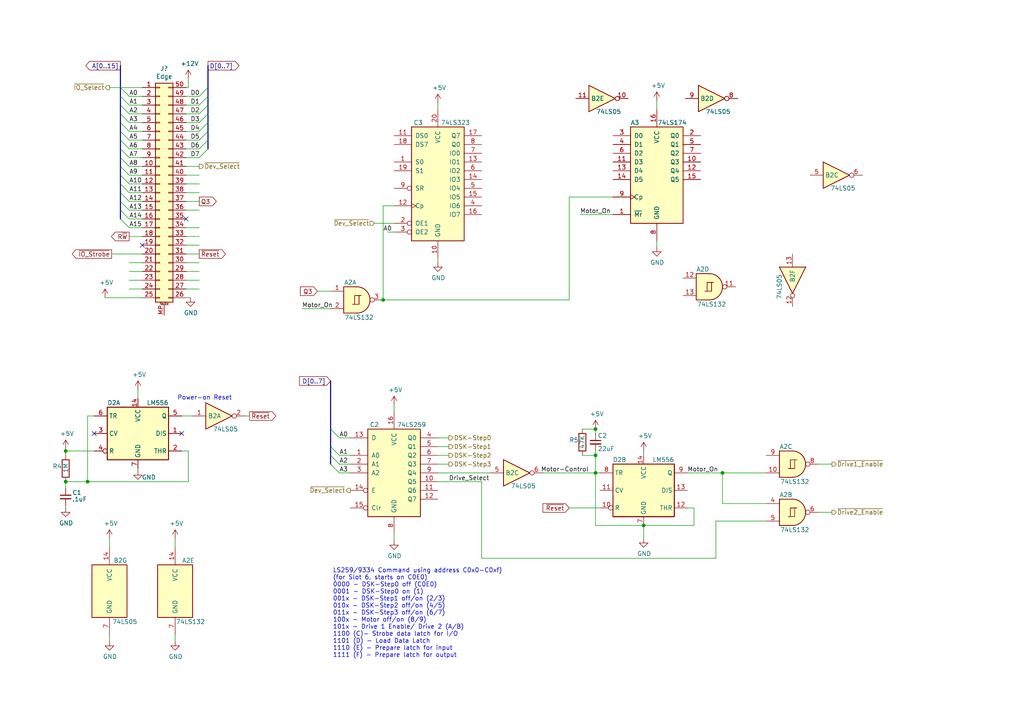
<source format=kicad_sch>
(kicad_sch (version 20211123) (generator eeschema)
  (paper "A4")
  (lib_symbols
    (symbol "74xx:74LS05" (pin_names (offset 1.016))
      (property "Reference" "U" (at 0 1.27 0))
      (property "Value" "74LS05" (at 0 -1.27 0))
      (symbol "74LS05_1_0"
        (polyline (pts (xy -3.81 3.81) (xy -3.81 -3.81) (xy 3.81 0) (xy -3.81 3.81)) (stroke (width 0.254)) (fill (type background)))
        (pin input line (at -7.62 0 0) (length 3.81) (name "~") (number "1"))
        (pin open_collector inverted (at 7.62 0 180) (length 3.81) (name "~") (number "2"))
      )
      (symbol "74LS05_2_0"
        (polyline (pts (xy -3.81 3.81) (xy -3.81 -3.81) (xy 3.81 0) (xy -3.81 3.81)) (stroke (width 0.254)) (fill (type background)))
        (pin input line (at -7.62 0 0) (length 3.81) (name "~") (number "3"))
        (pin open_collector inverted (at 7.62 0 180) (length 3.81) (name "~") (number "4"))
      )
      (symbol "74LS05_3_0"
        (polyline (pts (xy -3.81 3.81) (xy -3.81 -3.81) (xy 3.81 0) (xy -3.81 3.81)) (stroke (width 0.254)) (fill (type background)))
        (pin input line (at -7.62 0 0) (length 3.81) (name "~") (number "5"))
        (pin open_collector inverted (at 7.62 0 180) (length 3.81) (name "~") (number "6"))
      )
      (symbol "74LS05_4_0"
        (polyline (pts (xy -3.81 3.81) (xy -3.81 -3.81) (xy 3.81 0) (xy -3.81 3.81)) (stroke (width 0.254)) (fill (type background)))
        (pin open_collector inverted (at 7.62 0 180) (length 3.81) (name "~") (number "8"))
        (pin input line (at -7.62 0 0) (length 3.81) (name "~") (number "9"))
      )
      (symbol "74LS05_5_0"
        (polyline (pts (xy -3.81 3.81) (xy -3.81 -3.81) (xy 3.81 0) (xy -3.81 3.81)) (stroke (width 0.254)) (fill (type background)))
        (pin open_collector inverted (at 7.62 0 180) (length 3.81) (name "~") (number "10"))
        (pin input line (at -7.62 0 0) (length 3.81) (name "~") (number "11"))
      )
      (symbol "74LS05_6_0"
        (polyline (pts (xy -3.81 3.81) (xy -3.81 -3.81) (xy 3.81 0) (xy -3.81 3.81)) (stroke (width 0.254)) (fill (type background)))
        (pin open_collector inverted (at 7.62 0 180) (length 3.81) (name "~") (number "12"))
        (pin input line (at -7.62 0 0) (length 3.81) (name "~") (number "13"))
      )
      (symbol "74LS05_7_0"
        (pin power_in line (at 0 12.7 270) (length 5.08) (name "VCC") (number "14"))
        (pin power_in line (at 0 -12.7 90) (length 5.08) (name "GND") (number "7"))
      )
      (symbol "74LS05_7_1"
        (rectangle (start -5.08 7.62) (end 5.08 -7.62) (stroke (width 0.254)) (fill (type background)))
      )
    )
    (symbol "74xx:74LS132" (pin_names (offset 1.016))
      (property "Reference" "U" (at 0 1.27 0))
      (property "Value" "74LS132" (at 0 -1.27 0))
      (symbol "74LS132_1_0"
        (polyline (pts (xy -0.635 -1.27) (xy -0.635 1.27) (xy 0.635 1.27)))
        (polyline (pts (xy -0.635 -1.27) (xy -0.635 1.27) (xy 0.635 1.27)))
        (polyline (pts (xy -1.27 -1.27) (xy 0.635 -1.27) (xy 0.635 1.27) (xy 1.27 1.27)))
        (polyline (pts (xy -1.27 -1.27) (xy 0.635 -1.27) (xy 0.635 1.27) (xy 1.27 1.27)))
      )
      (symbol "74LS132_1_1"
        (arc (start 0 -3.81) (mid 3.81 0) (end 0 3.81) (stroke (width 0.254)) (fill (type background)))
        (polyline (pts (xy 0 3.81) (xy -3.81 3.81) (xy -3.81 -3.81) (xy 0 -3.81)) (stroke (width 0.254)) (fill (type background)))
        (pin input line (at -7.62 2.54 0) (length 3.81) (name "~") (number "1"))
        (pin input line (at -7.62 -2.54 0) (length 3.81) (name "~") (number "2"))
        (pin output inverted (at 7.62 0 180) (length 3.81) (name "~") (number "3"))
      )
      (symbol "74LS132_1_2"
        (arc (start -3.81 -3.81) (mid -2.589 0) (end -3.81 3.81) (stroke (width 0.254)))
        (arc (start -0.6096 -3.81) (mid 2.1842 -2.5851) (end 3.81 0) (stroke (width 0.254)) (fill (type background)))
        (polyline (pts (xy -3.81 -3.81) (xy -0.635 -3.81)) (stroke (width 0.254)) (fill (type background)))
        (polyline (pts (xy -3.81 3.81) (xy -0.635 3.81)) (stroke (width 0.254)) (fill (type background)))
        (polyline (pts (xy -0.635 3.81) (xy -3.81 3.81) (xy -3.81 3.81) (xy -3.556 3.4036) (xy -3.0226 2.2606) (xy -2.6924 1.0414) (xy -2.6162 -0.254) (xy -2.7686 -1.4986) (xy -3.175 -2.7178) (xy -3.81 -3.81) (xy -3.81 -3.81) (xy -0.635 -3.81)) (stroke (width -25.4)) (fill (type background)))
        (arc (start 3.81 0) (mid 2.1915 2.5936) (end -0.6096 3.81) (stroke (width 0.254)) (fill (type background)))
        (pin input inverted (at -7.62 2.54 0) (length 4.318) (name "~") (number "1"))
        (pin input inverted (at -7.62 -2.54 0) (length 4.318) (name "~") (number "2"))
        (pin output line (at 7.62 0 180) (length 3.81) (name "~") (number "3"))
      )
      (symbol "74LS132_2_0"
        (polyline (pts (xy -0.635 -1.27) (xy -0.635 1.27) (xy 0.635 1.27)))
        (polyline (pts (xy -0.635 -1.27) (xy -0.635 1.27) (xy 0.635 1.27)))
        (polyline (pts (xy -1.27 -1.27) (xy 0.635 -1.27) (xy 0.635 1.27) (xy 1.27 1.27)))
        (polyline (pts (xy -1.27 -1.27) (xy 0.635 -1.27) (xy 0.635 1.27) (xy 1.27 1.27)))
      )
      (symbol "74LS132_2_1"
        (arc (start 0 -3.81) (mid 3.81 0) (end 0 3.81) (stroke (width 0.254)) (fill (type background)))
        (polyline (pts (xy 0 3.81) (xy -3.81 3.81) (xy -3.81 -3.81) (xy 0 -3.81)) (stroke (width 0.254)) (fill (type background)))
        (pin input line (at -7.62 2.54 0) (length 3.81) (name "~") (number "4"))
        (pin input line (at -7.62 -2.54 0) (length 3.81) (name "~") (number "5"))
        (pin output inverted (at 7.62 0 180) (length 3.81) (name "~") (number "6"))
      )
      (symbol "74LS132_2_2"
        (arc (start -3.81 -3.81) (mid -2.589 0) (end -3.81 3.81) (stroke (width 0.254)))
        (arc (start -0.6096 -3.81) (mid 2.1842 -2.5851) (end 3.81 0) (stroke (width 0.254)) (fill (type background)))
        (polyline (pts (xy -3.81 -3.81) (xy -0.635 -3.81)) (stroke (width 0.254)) (fill (type background)))
        (polyline (pts (xy -3.81 3.81) (xy -0.635 3.81)) (stroke (width 0.254)) (fill (type background)))
        (polyline (pts (xy -0.635 3.81) (xy -3.81 3.81) (xy -3.81 3.81) (xy -3.556 3.4036) (xy -3.0226 2.2606) (xy -2.6924 1.0414) (xy -2.6162 -0.254) (xy -2.7686 -1.4986) (xy -3.175 -2.7178) (xy -3.81 -3.81) (xy -3.81 -3.81) (xy -0.635 -3.81)) (stroke (width -25.4)) (fill (type background)))
        (arc (start 3.81 0) (mid 2.1915 2.5936) (end -0.6096 3.81) (stroke (width 0.254)) (fill (type background)))
        (pin input inverted (at -7.62 2.54 0) (length 4.318) (name "~") (number "4"))
        (pin input inverted (at -7.62 -2.54 0) (length 4.318) (name "~") (number "5"))
        (pin output line (at 7.62 0 180) (length 3.81) (name "~") (number "6"))
      )
      (symbol "74LS132_3_0"
        (polyline (pts (xy -0.635 -1.27) (xy -0.635 1.27) (xy 0.635 1.27)))
        (polyline (pts (xy -0.635 -1.27) (xy -0.635 1.27) (xy 0.635 1.27)))
        (polyline (pts (xy -1.27 -1.27) (xy 0.635 -1.27) (xy 0.635 1.27) (xy 1.27 1.27)))
        (polyline (pts (xy -1.27 -1.27) (xy 0.635 -1.27) (xy 0.635 1.27) (xy 1.27 1.27)))
      )
      (symbol "74LS132_3_1"
        (arc (start 0 -3.81) (mid 3.81 0) (end 0 3.81) (stroke (width 0.254)) (fill (type background)))
        (polyline (pts (xy 0 3.81) (xy -3.81 3.81) (xy -3.81 -3.81) (xy 0 -3.81)) (stroke (width 0.254)) (fill (type background)))
        (pin input line (at -7.62 -2.54 0) (length 3.81) (name "~") (number "10"))
        (pin output inverted (at 7.62 0 180) (length 3.81) (name "~") (number "8"))
        (pin input line (at -7.62 2.54 0) (length 3.81) (name "~") (number "9"))
      )
      (symbol "74LS132_3_2"
        (arc (start -3.81 -3.81) (mid -2.589 0) (end -3.81 3.81) (stroke (width 0.254)))
        (arc (start -0.6096 -3.81) (mid 2.1842 -2.5851) (end 3.81 0) (stroke (width 0.254)) (fill (type background)))
        (polyline (pts (xy -3.81 -3.81) (xy -0.635 -3.81)) (stroke (width 0.254)) (fill (type background)))
        (polyline (pts (xy -3.81 3.81) (xy -0.635 3.81)) (stroke (width 0.254)) (fill (type background)))
        (polyline (pts (xy -0.635 3.81) (xy -3.81 3.81) (xy -3.81 3.81) (xy -3.556 3.4036) (xy -3.0226 2.2606) (xy -2.6924 1.0414) (xy -2.6162 -0.254) (xy -2.7686 -1.4986) (xy -3.175 -2.7178) (xy -3.81 -3.81) (xy -3.81 -3.81) (xy -0.635 -3.81)) (stroke (width -25.4)) (fill (type background)))
        (arc (start 3.81 0) (mid 2.1915 2.5936) (end -0.6096 3.81) (stroke (width 0.254)) (fill (type background)))
        (pin input inverted (at -7.62 -2.54 0) (length 4.318) (name "~") (number "10"))
        (pin output line (at 7.62 0 180) (length 3.81) (name "~") (number "8"))
        (pin input inverted (at -7.62 2.54 0) (length 4.318) (name "~") (number "9"))
      )
      (symbol "74LS132_4_0"
        (polyline (pts (xy -0.635 -1.27) (xy -0.635 1.27) (xy 0.635 1.27)))
        (polyline (pts (xy -0.635 -1.27) (xy -0.635 1.27) (xy 0.635 1.27)))
        (polyline (pts (xy -1.27 -1.27) (xy 0.635 -1.27) (xy 0.635 1.27) (xy 1.27 1.27)))
        (polyline (pts (xy -1.27 -1.27) (xy 0.635 -1.27) (xy 0.635 1.27) (xy 1.27 1.27)))
      )
      (symbol "74LS132_4_1"
        (arc (start 0 -3.81) (mid 3.81 0) (end 0 3.81) (stroke (width 0.254)) (fill (type background)))
        (polyline (pts (xy 0 3.81) (xy -3.81 3.81) (xy -3.81 -3.81) (xy 0 -3.81)) (stroke (width 0.254)) (fill (type background)))
        (pin output inverted (at 7.62 0 180) (length 3.81) (name "~") (number "11"))
        (pin input line (at -7.62 2.54 0) (length 3.81) (name "~") (number "12"))
        (pin input line (at -7.62 -2.54 0) (length 3.81) (name "~") (number "13"))
      )
      (symbol "74LS132_4_2"
        (arc (start -3.81 -3.81) (mid -2.589 0) (end -3.81 3.81) (stroke (width 0.254)))
        (arc (start -0.6096 -3.81) (mid 2.1842 -2.5851) (end 3.81 0) (stroke (width 0.254)) (fill (type background)))
        (polyline (pts (xy -3.81 -3.81) (xy -0.635 -3.81)) (stroke (width 0.254)) (fill (type background)))
        (polyline (pts (xy -3.81 3.81) (xy -0.635 3.81)) (stroke (width 0.254)) (fill (type background)))
        (polyline (pts (xy -0.635 3.81) (xy -3.81 3.81) (xy -3.81 3.81) (xy -3.556 3.4036) (xy -3.0226 2.2606) (xy -2.6924 1.0414) (xy -2.6162 -0.254) (xy -2.7686 -1.4986) (xy -3.175 -2.7178) (xy -3.81 -3.81) (xy -3.81 -3.81) (xy -0.635 -3.81)) (stroke (width -25.4)) (fill (type background)))
        (arc (start 3.81 0) (mid 2.1915 2.5936) (end -0.6096 3.81) (stroke (width 0.254)) (fill (type background)))
        (pin output line (at 7.62 0 180) (length 3.81) (name "~") (number "11"))
        (pin input inverted (at -7.62 2.54 0) (length 4.318) (name "~") (number "12"))
        (pin input inverted (at -7.62 -2.54 0) (length 4.318) (name "~") (number "13"))
      )
      (symbol "74LS132_5_0"
        (pin power_in line (at 0 12.7 270) (length 5.08) (name "VCC") (number "14"))
        (pin power_in line (at 0 -12.7 90) (length 5.08) (name "GND") (number "7"))
      )
      (symbol "74LS132_5_1"
        (rectangle (start -5.08 7.62) (end 5.08 -7.62) (stroke (width 0.254)) (fill (type background)))
      )
    )
    (symbol "74xx:74LS174" (pin_names (offset 1.016))
      (property "Reference" "U" (at -7.62 13.97 0))
      (property "Value" "74LS174" (at -7.62 -16.51 0))
      (symbol "74LS174_1_0"
        (pin input line (at -12.7 -12.7 0) (length 5.08) (name "~{Mr}") (number "1"))
        (pin output line (at 12.7 2.54 180) (length 5.08) (name "Q3") (number "10"))
        (pin input line (at -12.7 2.54 0) (length 5.08) (name "D3") (number "11"))
        (pin output line (at 12.7 0 180) (length 5.08) (name "Q4") (number "12"))
        (pin input line (at -12.7 0 0) (length 5.08) (name "D4") (number "13"))
        (pin input line (at -12.7 -2.54 0) (length 5.08) (name "D5") (number "14"))
        (pin output line (at 12.7 -2.54 180) (length 5.08) (name "Q5") (number "15"))
        (pin power_in line (at 0 17.78 270) (length 5.08) (name "VCC") (number "16"))
        (pin output line (at 12.7 10.16 180) (length 5.08) (name "Q0") (number "2"))
        (pin input line (at -12.7 10.16 0) (length 5.08) (name "D0") (number "3"))
        (pin input line (at -12.7 7.62 0) (length 5.08) (name "D1") (number "4"))
        (pin output line (at 12.7 7.62 180) (length 5.08) (name "Q1") (number "5"))
        (pin input line (at -12.7 5.08 0) (length 5.08) (name "D2") (number "6"))
        (pin output line (at 12.7 5.08 180) (length 5.08) (name "Q2") (number "7"))
        (pin power_in line (at 0 -20.32 90) (length 5.08) (name "GND") (number "8"))
        (pin input clock (at -12.7 -7.62 0) (length 5.08) (name "Cp") (number "9"))
      )
      (symbol "74LS174_1_1"
        (rectangle (start -7.62 12.7) (end 7.62 -15.24) (stroke (width 0.254)) (fill (type background)))
      )
    )
    (symbol "74xx:74LS259" (pin_names (offset 1.016))
      (property "Reference" "U" (at -7.62 13.97 0))
      (property "Value" "74LS259" (at -7.62 -13.97 0))
      (symbol "74LS259_1_0"
        (pin input line (at -12.7 5.08 0) (length 5.08) (name "A0") (number "1"))
        (pin output line (at 12.7 -2.54 180) (length 5.08) (name "Q5") (number "10"))
        (pin output line (at 12.7 -5.08 180) (length 5.08) (name "Q6") (number "11"))
        (pin output line (at 12.7 -7.62 180) (length 5.08) (name "Q7") (number "12"))
        (pin input line (at -12.7 10.16 0) (length 5.08) (name "D") (number "13"))
        (pin input inverted (at -12.7 -5.08 0) (length 5.08) (name "E") (number "14"))
        (pin input inverted (at -12.7 -10.16 0) (length 5.08) (name "Clr") (number "15"))
        (pin power_in line (at 0 17.78 270) (length 5.08) (name "VCC") (number "16"))
        (pin input line (at -12.7 2.54 0) (length 5.08) (name "A1") (number "2"))
        (pin input line (at -12.7 0 0) (length 5.08) (name "A2") (number "3"))
        (pin output line (at 12.7 10.16 180) (length 5.08) (name "Q0") (number "4"))
        (pin output line (at 12.7 7.62 180) (length 5.08) (name "Q1") (number "5"))
        (pin output line (at 12.7 5.08 180) (length 5.08) (name "Q2") (number "6"))
        (pin output line (at 12.7 2.54 180) (length 5.08) (name "Q3") (number "7"))
        (pin power_in line (at 0 -17.78 90) (length 5.08) (name "GND") (number "8"))
        (pin output line (at 12.7 0 180) (length 5.08) (name "Q4") (number "9"))
      )
      (symbol "74LS259_1_1"
        (rectangle (start -7.62 12.7) (end 7.62 -12.7) (stroke (width 0.254)) (fill (type background)))
      )
    )
    (symbol "74xx:74LS323" (pin_names (offset 1.016))
      (property "Reference" "U" (at -7.62 16.51 0))
      (property "Value" "74LS323" (at -7.62 -19.05 0))
      (symbol "74LS323_1_0"
        (pin input line (at -12.7 5.08 0) (length 5.08) (name "S0") (number "1"))
        (pin power_in line (at 0 -22.86 90) (length 5.08) (name "GND") (number "10"))
        (pin input line (at -12.7 12.7 0) (length 5.08) (name "DS0") (number "11"))
        (pin input clock (at -12.7 -7.62 0) (length 5.08) (name "Cp") (number "12"))
        (pin tri_state line (at 12.7 5.08 180) (length 5.08) (name "IO1") (number "13"))
        (pin tri_state line (at 12.7 0 180) (length 5.08) (name "IO3") (number "14"))
        (pin tri_state line (at 12.7 -5.08 180) (length 5.08) (name "IO5") (number "15"))
        (pin tri_state line (at 12.7 -10.16 180) (length 5.08) (name "IO7") (number "16"))
        (pin output line (at 12.7 12.7 180) (length 5.08) (name "Q7") (number "17"))
        (pin input line (at -12.7 10.16 0) (length 5.08) (name "DS7") (number "18"))
        (pin input line (at -12.7 2.54 0) (length 5.08) (name "S1") (number "19"))
        (pin input inverted (at -12.7 -12.7 0) (length 5.08) (name "OE1") (number "2"))
        (pin power_in line (at 0 20.32 270) (length 5.08) (name "VCC") (number "20"))
        (pin input inverted (at -12.7 -15.24 0) (length 5.08) (name "OE2") (number "3"))
        (pin tri_state line (at 12.7 -7.62 180) (length 5.08) (name "IO6") (number "4"))
        (pin tri_state line (at 12.7 -2.54 180) (length 5.08) (name "IO4") (number "5"))
        (pin tri_state line (at 12.7 2.54 180) (length 5.08) (name "IO2") (number "6"))
        (pin tri_state line (at 12.7 7.62 180) (length 5.08) (name "IO0") (number "7"))
        (pin output line (at 12.7 10.16 180) (length 5.08) (name "Q0") (number "8"))
        (pin input inverted (at -12.7 -2.54 0) (length 5.08) (name "SR") (number "9"))
      )
      (symbol "74LS323_1_1"
        (rectangle (start -7.62 15.24) (end 7.62 -17.78) (stroke (width 0.254)) (fill (type background)))
      )
    )
    (symbol "Connector_Generic_MountingPin:Conn_02x25_Counter_Clockwise_MountingPin" (pin_names (offset 1.016) hide)
      (property "Reference" "J" (at 1.27 33.02 0))
      (property "Value" "Conn_02x25_Counter_Clockwise_MountingPin" (at 2.54 -33.02 0))
      (symbol "Conn_02x25_Counter_Clockwise_MountingPin_1_1"
        (rectangle (start -1.27 -30.353) (end 0 -30.607) (stroke (width 0.1524)))
        (rectangle (start -1.27 -27.813) (end 0 -28.067) (stroke (width 0.1524)))
        (rectangle (start -1.27 -25.273) (end 0 -25.527) (stroke (width 0.1524)))
        (rectangle (start -1.27 -22.733) (end 0 -22.987) (stroke (width 0.1524)))
        (rectangle (start -1.27 -20.193) (end 0 -20.447) (stroke (width 0.1524)))
        (rectangle (start -1.27 -17.653) (end 0 -17.907) (stroke (width 0.1524)))
        (rectangle (start -1.27 -15.113) (end 0 -15.367) (stroke (width 0.1524)))
        (rectangle (start -1.27 -12.573) (end 0 -12.827) (stroke (width 0.1524)))
        (rectangle (start -1.27 -10.033) (end 0 -10.287) (stroke (width 0.1524)))
        (rectangle (start -1.27 -7.493) (end 0 -7.747) (stroke (width 0.1524)))
        (rectangle (start -1.27 -4.953) (end 0 -5.207) (stroke (width 0.1524)))
        (rectangle (start -1.27 -2.413) (end 0 -2.667) (stroke (width 0.1524)))
        (rectangle (start -1.27 0.127) (end 0 -0.127) (stroke (width 0.1524)))
        (rectangle (start -1.27 2.667) (end 0 2.413) (stroke (width 0.1524)))
        (rectangle (start -1.27 5.207) (end 0 4.953) (stroke (width 0.1524)))
        (rectangle (start -1.27 7.747) (end 0 7.493) (stroke (width 0.1524)))
        (rectangle (start -1.27 10.287) (end 0 10.033) (stroke (width 0.1524)))
        (rectangle (start -1.27 12.827) (end 0 12.573) (stroke (width 0.1524)))
        (rectangle (start -1.27 15.367) (end 0 15.113) (stroke (width 0.1524)))
        (rectangle (start -1.27 17.907) (end 0 17.653) (stroke (width 0.1524)))
        (rectangle (start -1.27 20.447) (end 0 20.193) (stroke (width 0.1524)))
        (rectangle (start -1.27 22.987) (end 0 22.733) (stroke (width 0.1524)))
        (rectangle (start -1.27 25.527) (end 0 25.273) (stroke (width 0.1524)))
        (rectangle (start -1.27 28.067) (end 0 27.813) (stroke (width 0.1524)))
        (rectangle (start -1.27 30.607) (end 0 30.353) (stroke (width 0.1524)))
        (rectangle (start -1.27 31.75) (end 3.81 -31.75) (stroke (width 0.254)) (fill (type background)))
        (polyline (pts (xy 0.254 -32.512) (xy 2.286 -32.512)) (stroke (width 0.1524)))
        (rectangle (start 3.81 -30.353) (end 2.54 -30.607) (stroke (width 0.1524)))
        (rectangle (start 3.81 -27.813) (end 2.54 -28.067) (stroke (width 0.1524)))
        (rectangle (start 3.81 -25.273) (end 2.54 -25.527) (stroke (width 0.1524)))
        (rectangle (start 3.81 -22.733) (end 2.54 -22.987) (stroke (width 0.1524)))
        (rectangle (start 3.81 -20.193) (end 2.54 -20.447) (stroke (width 0.1524)))
        (rectangle (start 3.81 -17.653) (end 2.54 -17.907) (stroke (width 0.1524)))
        (rectangle (start 3.81 -15.113) (end 2.54 -15.367) (stroke (width 0.1524)))
        (rectangle (start 3.81 -12.573) (end 2.54 -12.827) (stroke (width 0.1524)))
        (rectangle (start 3.81 -10.033) (end 2.54 -10.287) (stroke (width 0.1524)))
        (rectangle (start 3.81 -7.493) (end 2.54 -7.747) (stroke (width 0.1524)))
        (rectangle (start 3.81 -4.953) (end 2.54 -5.207) (stroke (width 0.1524)))
        (rectangle (start 3.81 -2.413) (end 2.54 -2.667) (stroke (width 0.1524)))
        (rectangle (start 3.81 0.127) (end 2.54 -0.127) (stroke (width 0.1524)))
        (rectangle (start 3.81 2.667) (end 2.54 2.413) (stroke (width 0.1524)))
        (rectangle (start 3.81 5.207) (end 2.54 4.953) (stroke (width 0.1524)))
        (rectangle (start 3.81 7.747) (end 2.54 7.493) (stroke (width 0.1524)))
        (rectangle (start 3.81 10.287) (end 2.54 10.033) (stroke (width 0.1524)))
        (rectangle (start 3.81 12.827) (end 2.54 12.573) (stroke (width 0.1524)))
        (rectangle (start 3.81 15.367) (end 2.54 15.113) (stroke (width 0.1524)))
        (rectangle (start 3.81 17.907) (end 2.54 17.653) (stroke (width 0.1524)))
        (rectangle (start 3.81 20.447) (end 2.54 20.193) (stroke (width 0.1524)))
        (rectangle (start 3.81 22.987) (end 2.54 22.733) (stroke (width 0.1524)))
        (rectangle (start 3.81 25.527) (end 2.54 25.273) (stroke (width 0.1524)))
        (rectangle (start 3.81 28.067) (end 2.54 27.813) (stroke (width 0.1524)))
        (rectangle (start 3.81 30.607) (end 2.54 30.353) (stroke (width 0.1524)))
        (text "Mounting" (at 1.27 -32.131 0) (effects (font (size 0.381 0.381))))
        (pin passive line (at -5.08 30.48 0) (length 3.81) (name "Pin_1") (number "1"))
        (pin passive line (at -5.08 7.62 0) (length 3.81) (name "Pin_10") (number "10"))
        (pin passive line (at -5.08 5.08 0) (length 3.81) (name "Pin_11") (number "11"))
        (pin passive line (at -5.08 2.54 0) (length 3.81) (name "Pin_12") (number "12"))
        (pin passive line (at -5.08 0 0) (length 3.81) (name "Pin_13") (number "13"))
        (pin passive line (at -5.08 -2.54 0) (length 3.81) (name "Pin_14") (number "14"))
        (pin passive line (at -5.08 -5.08 0) (length 3.81) (name "Pin_15") (number "15"))
        (pin passive line (at -5.08 -7.62 0) (length 3.81) (name "Pin_16") (number "16"))
        (pin passive line (at -5.08 -10.16 0) (length 3.81) (name "Pin_17") (number "17"))
        (pin passive line (at -5.08 -12.7 0) (length 3.81) (name "Pin_18") (number "18"))
        (pin passive line (at -5.08 -15.24 0) (length 3.81) (name "Pin_19") (number "19"))
        (pin passive line (at -5.08 27.94 0) (length 3.81) (name "Pin_2") (number "2"))
        (pin passive line (at -5.08 -17.78 0) (length 3.81) (name "Pin_20") (number "20"))
        (pin passive line (at -5.08 -20.32 0) (length 3.81) (name "Pin_21") (number "21"))
        (pin passive line (at -5.08 -22.86 0) (length 3.81) (name "Pin_22") (number "22"))
        (pin passive line (at -5.08 -25.4 0) (length 3.81) (name "Pin_23") (number "23"))
        (pin passive line (at -5.08 -27.94 0) (length 3.81) (name "Pin_24") (number "24"))
        (pin passive line (at -5.08 -30.48 0) (length 3.81) (name "Pin_25") (number "25"))
        (pin passive line (at 7.62 -30.48 180) (length 3.81) (name "Pin_26") (number "26"))
        (pin passive line (at 7.62 -27.94 180) (length 3.81) (name "Pin_27") (number "27"))
        (pin passive line (at 7.62 -25.4 180) (length 3.81) (name "Pin_28") (number "28"))
        (pin passive line (at 7.62 -22.86 180) (length 3.81) (name "Pin_29") (number "29"))
        (pin passive line (at -5.08 25.4 0) (length 3.81) (name "Pin_3") (number "3"))
        (pin passive line (at 7.62 -20.32 180) (length 3.81) (name "Pin_30") (number "30"))
        (pin passive line (at 7.62 -17.78 180) (length 3.81) (name "Pin_31") (number "31"))
        (pin passive line (at 7.62 -15.24 180) (length 3.81) (name "Pin_32") (number "32"))
        (pin passive line (at 7.62 -12.7 180) (length 3.81) (name "Pin_33") (number "33"))
        (pin passive line (at 7.62 -10.16 180) (length 3.81) (name "Pin_34") (number "34"))
        (pin passive line (at 7.62 -7.62 180) (length 3.81) (name "Pin_35") (number "35"))
        (pin passive line (at 7.62 -5.08 180) (length 3.81) (name "Pin_36") (number "36"))
        (pin passive line (at 7.62 -2.54 180) (length 3.81) (name "Pin_37") (number "37"))
        (pin passive line (at 7.62 0 180) (length 3.81) (name "Pin_38") (number "38"))
        (pin passive line (at 7.62 2.54 180) (length 3.81) (name "Pin_39") (number "39"))
        (pin passive line (at -5.08 22.86 0) (length 3.81) (name "Pin_4") (number "4"))
        (pin passive line (at 7.62 5.08 180) (length 3.81) (name "Pin_40") (number "40"))
        (pin passive line (at 7.62 7.62 180) (length 3.81) (name "Pin_41") (number "41"))
        (pin passive line (at 7.62 10.16 180) (length 3.81) (name "Pin_42") (number "42"))
        (pin passive line (at 7.62 12.7 180) (length 3.81) (name "Pin_43") (number "43"))
        (pin passive line (at 7.62 15.24 180) (length 3.81) (name "Pin_44") (number "44"))
        (pin passive line (at 7.62 17.78 180) (length 3.81) (name "Pin_45") (number "45"))
        (pin passive line (at 7.62 20.32 180) (length 3.81) (name "Pin_46") (number "46"))
        (pin passive line (at 7.62 22.86 180) (length 3.81) (name "Pin_47") (number "47"))
        (pin passive line (at 7.62 25.4 180) (length 3.81) (name "Pin_48") (number "48"))
        (pin passive line (at 7.62 27.94 180) (length 3.81) (name "Pin_49") (number "49"))
        (pin passive line (at -5.08 20.32 0) (length 3.81) (name "Pin_5") (number "5"))
        (pin passive line (at 7.62 30.48 180) (length 3.81) (name "Pin_50") (number "50"))
        (pin passive line (at -5.08 17.78 0) (length 3.81) (name "Pin_6") (number "6"))
        (pin passive line (at -5.08 15.24 0) (length 3.81) (name "Pin_7") (number "7"))
        (pin passive line (at -5.08 12.7 0) (length 3.81) (name "Pin_8") (number "8"))
        (pin passive line (at -5.08 10.16 0) (length 3.81) (name "Pin_9") (number "9"))
        (pin passive line (at 1.27 -35.56 90) (length 3.048) (name "MountPin") (number "MP"))
      )
    )
    (symbol "Device:C_Small" (pin_numbers hide) (pin_names (offset 0.254) hide)
      (property "Reference" "C" (at 0.254 1.778 0))
      (property "Value" "C_Small" (at 0.254 -2.032 0))
      (symbol "C_Small_0_1"
        (polyline (pts (xy -1.524 -0.508) (xy 1.524 -0.508)) (stroke (width 0.3302)))
        (polyline (pts (xy -1.524 0.508) (xy 1.524 0.508)) (stroke (width 0.3048)))
      )
      (symbol "C_Small_1_1"
        (pin passive line (at 0 2.54 270) (length 2.032) (name "~") (number "1"))
        (pin passive line (at 0 -2.54 90) (length 2.032) (name "~") (number "2"))
      )
    )
    (symbol "Device:R" (pin_numbers hide) (pin_names (offset 0))
      (property "Reference" "R" (at 2.032 0 90))
      (property "Value" "R" (at 0 0 90))
      (symbol "R_0_1"
        (rectangle (start -1.016 -2.54) (end 1.016 2.54) (stroke (width 0.254)))
      )
      (symbol "R_1_1"
        (pin passive line (at 0 3.81 270) (length 1.27) (name "~") (number "1"))
        (pin passive line (at 0 -3.81 90) (length 1.27) (name "~") (number "2"))
      )
    )
    (symbol "Timer:LM556"
      (property "Reference" "U" (at -10.16 8.89 0))
      (property "Value" "LM556" (at -10.16 -8.89 0))
      (symbol "LM556_0_0"
        (pin power_in line (at 0 10.16 270) (length 2.54) (name "VCC") (number "14"))
        (pin power_in line (at 0 -10.16 90) (length 2.54) (name "GND") (number "7"))
      )
      (symbol "LM556_0_1"
        (rectangle (start -8.89 -7.62) (end 8.89 7.62) (stroke (width 0.254)) (fill (type background)))
        (rectangle (start -8.89 -7.62) (end 8.89 7.62) (stroke (width 0.254)) (fill (type background)))
      )
      (symbol "LM556_1_1"
        (pin input line (at 12.7 0 180) (length 3.81) (name "DIS") (number "1"))
        (pin input line (at 12.7 -5.08 180) (length 3.81) (name "THR") (number "2"))
        (pin input line (at -12.7 0 0) (length 3.81) (name "CV") (number "3"))
        (pin input inverted (at -12.7 -5.08 0) (length 3.81) (name "R") (number "4"))
        (pin output line (at 12.7 5.08 180) (length 3.81) (name "Q") (number "5"))
        (pin input line (at -12.7 5.08 0) (length 3.81) (name "TR") (number "6"))
      )
      (symbol "LM556_2_1"
        (pin input inverted (at -12.7 -5.08 0) (length 3.81) (name "R") (number "10"))
        (pin input line (at -12.7 0 0) (length 3.81) (name "CV") (number "11"))
        (pin input line (at 12.7 -5.08 180) (length 3.81) (name "THR") (number "12"))
        (pin input line (at 12.7 0 180) (length 3.81) (name "DIS") (number "13"))
        (pin input line (at -12.7 5.08 0) (length 3.81) (name "TR") (number "8"))
        (pin output line (at 12.7 5.08 180) (length 3.81) (name "Q") (number "9"))
      )
    )
    (symbol "power:+12V" (power) (pin_names (offset 0))
      (property "Value" "+12V" (at 0 3.556 0))
      (symbol "+12V_0_1"
        (polyline (pts (xy -0.762 1.27) (xy 0 2.54)))
        (polyline (pts (xy 0 0) (xy 0 2.54)))
        (polyline (pts (xy 0 2.54) (xy 0.762 1.27)))
      )
      (symbol "+12V_1_1"
        (pin power_in line (at 0 0 90) (length 0) hide (name "+12V") (number "1"))
      )
    )
    (symbol "power:+5V" (power) (pin_names (offset 0))
      (property "Value" "+5V" (at 0 3.556 0))
      (symbol "+5V_0_1"
        (polyline (pts (xy -0.762 1.27) (xy 0 2.54)))
        (polyline (pts (xy 0 0) (xy 0 2.54)))
        (polyline (pts (xy 0 2.54) (xy 0.762 1.27)))
      )
      (symbol "+5V_1_1"
        (pin power_in line (at 0 0 90) (length 0) hide (name "+5V") (number "1"))
      )
    )
    (symbol "power:GND" (power) (pin_names (offset 0))
      (property "Value" "GND" (at 0 -3.81 0))
      (symbol "GND_0_1"
        (polyline (pts (xy 0 0) (xy 0 -1.27) (xy 1.27 -1.27) (xy 0 -2.54) (xy -1.27 -1.27) (xy 0 -1.27)))
      )
      (symbol "GND_1_1"
        (pin power_in line (at 0 0 270) (length 0) hide (name "GND") (number "1"))
      )
    )
  )
  (junction (at 25.4 139.7))
  (junction (at 186.69 152.4))
  (junction (at 19.05 130.81))
  (junction (at 19.05 139.7))
  (junction (at 172.72 137.16))
  (junction (at 172.72 132.08))
  (junction (at 111.125 86.995))
  (junction (at 209.55 137.16))
  (junction (at 172.72 124.46))
  (no_connect (at 52.705 125.73))
  (no_connect (at 27.305 125.73))
  (no_connect (at 53.975 63.5))
  (no_connect (at 41.275 71.12))
  (bus_entry (at 34.925 27.94) (size 2.54 2.54))
  (bus_entry (at 34.925 58.42) (size 2.54 2.54))
  (bus_entry (at 57.785 35.56) (size 2.54 -2.54))
  (bus_entry (at 98.425 134.62) (size -2.54 -2.54))
  (bus_entry (at 34.925 48.26) (size 2.54 2.54))
  (bus_entry (at 57.785 33.02) (size 2.54 -2.54))
  (bus_entry (at 34.925 63.5) (size 2.54 2.54))
  (bus_entry (at 57.785 30.48) (size 2.54 -2.54))
  (bus_entry (at 34.925 55.88) (size 2.54 2.54))
  (bus_entry (at 34.925 45.72) (size 2.54 2.54))
  (bus_entry (at 60.325 43.18) (size -2.54 2.54))
  (bus_entry (at 34.925 35.56) (size 2.54 2.54))
  (bus_entry (at 60.325 38.1) (size -2.54 2.54))
  (bus_entry (at 34.925 33.02) (size 2.54 2.54))
  (bus_entry (at 34.925 60.96) (size 2.54 2.54))
  (bus_entry (at 60.325 35.56) (size -2.54 2.54))
  (bus_entry (at 60.325 40.64) (size -2.54 2.54))
  (bus_entry (at 34.925 53.34) (size 2.54 2.54))
  (bus_entry (at 34.925 43.18) (size 2.54 2.54))
  (bus_entry (at 98.425 132.08) (size -2.54 -2.54))
  (bus_entry (at 98.425 137.16) (size -2.54 -2.54))
  (bus_entry (at 95.885 124.46) (size 2.54 2.54))
  (bus_entry (at 57.785 27.94) (size 2.54 -2.54))
  (bus_entry (at 34.925 30.48) (size 2.54 2.54))
  (bus_entry (at 34.925 40.64) (size 2.54 2.54))
  (bus_entry (at 34.925 50.8) (size 2.54 2.54))
  (bus_entry (at 34.925 25.4) (size 2.54 2.54))
  (bus_entry (at 34.925 38.1) (size 2.54 2.54))
  (bus (pts (xy 34.925 55.88) (xy 34.925 58.42)))
  (wire (pts (xy 53.975 43.18) (xy 57.785 43.18)))
  (wire (pts (xy 27.305 120.65) (xy 25.4 120.65)))
  (wire (pts (xy 52.705 120.65) (xy 55.88 120.65)))
  (bus (pts (xy 95.885 129.54) (xy 95.885 132.08)))
  (wire (pts (xy 168.91 132.08) (xy 172.72 132.08)))
  (wire (pts (xy 127 134.62) (xy 130.175 134.62)))
  (wire (pts (xy 19.05 130.81) (xy 27.305 130.81)))
  (wire (pts (xy 209.55 137.16) (xy 209.55 146.05)))
  (wire (pts (xy 139.7 161.925) (xy 207.645 161.925)))
  (wire (pts (xy 92.075 84.455) (xy 95.885 84.455)))
  (wire (pts (xy 19.05 139.7) (xy 19.05 141.605)))
  (wire (pts (xy 127 29.845) (xy 127 31.75)))
  (bus (pts (xy 60.325 40.64) (xy 60.325 43.18)))
  (wire (pts (xy 53.975 53.34) (xy 57.785 53.34)))
  (wire (pts (xy 190.5 29.21) (xy 190.5 31.75)))
  (wire (pts (xy 19.05 139.7) (xy 25.4 139.7)))
  (wire (pts (xy 127 137.16) (xy 142.24 137.16)))
  (bus (pts (xy 95.885 124.46) (xy 95.885 129.54)))
  (wire (pts (xy 37.465 27.94) (xy 41.275 27.94)))
  (wire (pts (xy 53.975 76.2) (xy 57.785 76.2)))
  (wire (pts (xy 199.39 137.16) (xy 209.55 137.16)))
  (wire (pts (xy 37.465 55.88) (xy 41.275 55.88)))
  (wire (pts (xy 50.8 156.21) (xy 50.8 158.75)))
  (wire (pts (xy 157.48 137.16) (xy 172.72 137.16)))
  (bus (pts (xy 60.325 33.02) (xy 60.325 35.56)))
  (bus (pts (xy 60.325 35.56) (xy 60.325 38.1)))
  (wire (pts (xy 237.49 148.59) (xy 241.3 148.59)))
  (bus (pts (xy 34.925 27.94) (xy 34.925 30.48)))
  (wire (pts (xy 40.005 136.525) (xy 40.005 135.89)))
  (bus (pts (xy 34.925 43.18) (xy 34.925 45.72)))
  (wire (pts (xy 201.295 152.4) (xy 186.69 152.4)))
  (wire (pts (xy 37.465 48.26) (xy 41.275 48.26)))
  (wire (pts (xy 41.275 81.28) (xy 37.465 81.28)))
  (wire (pts (xy 53.975 38.1) (xy 57.785 38.1)))
  (bus (pts (xy 95.885 110.49) (xy 95.885 124.46)))
  (wire (pts (xy 37.465 30.48) (xy 41.275 30.48)))
  (wire (pts (xy 98.425 132.08) (xy 101.6 132.08)))
  (wire (pts (xy 95.885 89.535) (xy 87.63 89.535)))
  (wire (pts (xy 98.425 137.16) (xy 101.6 137.16)))
  (bus (pts (xy 95.885 132.08) (xy 95.885 134.62)))
  (wire (pts (xy 165.1 86.995) (xy 165.1 57.15)))
  (wire (pts (xy 53.975 81.28) (xy 57.785 81.28)))
  (bus (pts (xy 34.925 38.1) (xy 34.925 40.64)))
  (wire (pts (xy 50.8 186.055) (xy 50.8 184.15)))
  (wire (pts (xy 98.425 134.62) (xy 101.6 134.62)))
  (wire (pts (xy 114.3 67.31) (xy 112.395 67.31)))
  (wire (pts (xy 172.72 124.46) (xy 172.72 125.73)))
  (wire (pts (xy 30.48 86.36) (xy 41.275 86.36)))
  (wire (pts (xy 209.55 137.16) (xy 222.25 137.16)))
  (wire (pts (xy 37.465 40.64) (xy 41.275 40.64)))
  (wire (pts (xy 54.61 25.4) (xy 53.975 25.4)))
  (wire (pts (xy 54.61 130.81) (xy 54.61 139.7)))
  (wire (pts (xy 41.275 68.58) (xy 37.465 68.58)))
  (wire (pts (xy 108.585 64.77) (xy 114.3 64.77)))
  (bus (pts (xy 34.925 45.72) (xy 34.925 48.26)))
  (wire (pts (xy 172.72 132.08) (xy 172.72 137.16)))
  (wire (pts (xy 37.465 60.96) (xy 41.275 60.96)))
  (wire (pts (xy 37.465 50.8) (xy 41.275 50.8)))
  (wire (pts (xy 190.5 71.755) (xy 190.5 69.85)))
  (bus (pts (xy 60.325 25.4) (xy 60.325 27.94)))
  (wire (pts (xy 139.7 139.7) (xy 139.7 161.925)))
  (wire (pts (xy 52.705 130.81) (xy 54.61 130.81)))
  (wire (pts (xy 53.975 86.36) (xy 55.245 86.36)))
  (wire (pts (xy 172.72 152.4) (xy 172.72 137.16)))
  (wire (pts (xy 111.125 59.69) (xy 111.125 86.995)))
  (wire (pts (xy 19.05 146.685) (xy 19.05 147.32)))
  (wire (pts (xy 53.975 66.04) (xy 57.785 66.04)))
  (wire (pts (xy 199.39 147.32) (xy 201.295 147.32)))
  (wire (pts (xy 172.72 130.81) (xy 172.72 132.08)))
  (wire (pts (xy 25.4 139.7) (xy 25.4 120.65)))
  (bus (pts (xy 34.925 48.26) (xy 34.925 50.8)))
  (wire (pts (xy 53.975 33.02) (xy 57.785 33.02)))
  (wire (pts (xy 37.465 43.18) (xy 41.275 43.18)))
  (wire (pts (xy 111.125 86.995) (xy 165.1 86.995)))
  (wire (pts (xy 37.465 38.1) (xy 41.275 38.1)))
  (wire (pts (xy 53.975 30.48) (xy 57.785 30.48)))
  (bus (pts (xy 60.325 19.05) (xy 60.325 25.4)))
  (wire (pts (xy 53.975 58.42) (xy 57.785 58.42)))
  (wire (pts (xy 31.75 186.055) (xy 31.75 184.15)))
  (wire (pts (xy 54.61 22.86) (xy 54.61 25.4)))
  (bus (pts (xy 34.925 50.8) (xy 34.925 53.34)))
  (wire (pts (xy 53.975 27.94) (xy 57.785 27.94)))
  (wire (pts (xy 201.295 147.32) (xy 201.295 152.4)))
  (wire (pts (xy 186.69 156.21) (xy 186.69 152.4)))
  (wire (pts (xy 209.55 146.05) (xy 222.25 146.05)))
  (wire (pts (xy 53.975 55.88) (xy 57.785 55.88)))
  (bus (pts (xy 34.925 35.56) (xy 34.925 38.1)))
  (wire (pts (xy 53.975 48.26) (xy 57.785 48.26)))
  (wire (pts (xy 37.465 58.42) (xy 41.275 58.42)))
  (wire (pts (xy 53.975 83.82) (xy 57.785 83.82)))
  (bus (pts (xy 34.925 60.96) (xy 34.925 63.5)))
  (wire (pts (xy 111.125 59.69) (xy 114.3 59.69)))
  (wire (pts (xy 31.75 25.4) (xy 34.925 25.4)))
  (bus (pts (xy 60.325 38.1) (xy 60.325 40.64)))
  (wire (pts (xy 207.645 161.925) (xy 207.645 151.13)))
  (wire (pts (xy 19.05 130.81) (xy 19.05 132.08)))
  (wire (pts (xy 37.465 33.02) (xy 41.275 33.02)))
  (wire (pts (xy 53.975 45.72) (xy 57.785 45.72)))
  (bus (pts (xy 60.325 30.48) (xy 60.325 33.02)))
  (wire (pts (xy 53.975 78.74) (xy 57.785 78.74)))
  (wire (pts (xy 53.975 35.56) (xy 57.785 35.56)))
  (wire (pts (xy 186.69 152.4) (xy 172.72 152.4)))
  (bus (pts (xy 34.925 25.4) (xy 34.925 27.94)))
  (bus (pts (xy 34.925 33.02) (xy 34.925 35.56)))
  (wire (pts (xy 71.12 120.65) (xy 72.39 120.65)))
  (wire (pts (xy 207.645 151.13) (xy 222.25 151.13)))
  (wire (pts (xy 41.275 78.74) (xy 37.465 78.74)))
  (wire (pts (xy 37.465 35.56) (xy 41.275 35.56)))
  (wire (pts (xy 165.1 147.32) (xy 173.99 147.32)))
  (wire (pts (xy 177.8 62.23) (xy 168.275 62.23)))
  (wire (pts (xy 37.465 63.5) (xy 41.275 63.5)))
  (wire (pts (xy 40.005 113.03) (xy 40.005 115.57)))
  (wire (pts (xy 172.72 137.16) (xy 173.99 137.16)))
  (wire (pts (xy 168.91 124.46) (xy 172.72 124.46)))
  (bus (pts (xy 60.325 27.94) (xy 60.325 30.48)))
  (wire (pts (xy 41.275 76.2) (xy 37.465 76.2)))
  (wire (pts (xy 98.425 127) (xy 101.6 127)))
  (wire (pts (xy 127 139.7) (xy 139.7 139.7)))
  (wire (pts (xy 165.1 57.15) (xy 177.8 57.15)))
  (wire (pts (xy 114.3 154.94) (xy 114.3 156.845)))
  (wire (pts (xy 31.75 158.75) (xy 31.75 156.21)))
  (bus (pts (xy 34.925 19.05) (xy 34.925 25.4)))
  (wire (pts (xy 34.925 25.4) (xy 41.275 25.4)))
  (bus (pts (xy 34.925 58.42) (xy 34.925 60.96)))
  (wire (pts (xy 25.4 139.7) (xy 54.61 139.7)))
  (wire (pts (xy 186.69 130.81) (xy 186.69 132.08)))
  (wire (pts (xy 53.975 68.58) (xy 57.785 68.58)))
  (wire (pts (xy 127 127) (xy 130.175 127)))
  (wire (pts (xy 53.975 40.64) (xy 57.785 40.64)))
  (wire (pts (xy 53.975 73.66) (xy 57.785 73.66)))
  (wire (pts (xy 114.3 117.475) (xy 114.3 119.38)))
  (wire (pts (xy 127 74.93) (xy 127 76.2)))
  (wire (pts (xy 53.975 50.8) (xy 57.785 50.8)))
  (bus (pts (xy 34.925 30.48) (xy 34.925 33.02)))
  (wire (pts (xy 37.465 66.04) (xy 41.275 66.04)))
  (wire (pts (xy 41.275 83.82) (xy 37.465 83.82)))
  (wire (pts (xy 127 129.54) (xy 130.175 129.54)))
  (wire (pts (xy 19.05 130.175) (xy 19.05 130.81)))
  (wire (pts (xy 53.975 71.12) (xy 57.785 71.12)))
  (bus (pts (xy 34.925 40.64) (xy 34.925 43.18)))
  (wire (pts (xy 37.465 53.34) (xy 41.275 53.34)))
  (bus (pts (xy 34.925 53.34) (xy 34.925 55.88)))
  (wire (pts (xy 53.975 60.96) (xy 57.785 60.96)))
  (wire (pts (xy 41.275 73.66) (xy 32.385 73.66)))
  (wire (pts (xy 237.49 134.62) (xy 241.3 134.62)))
  (wire (pts (xy 127 132.08) (xy 130.175 132.08)))
  (wire (pts (xy 37.465 45.72) (xy 41.275 45.72)))
  (text "LS259/9334 Command using address C0x0-C0xf) \n(for Slot 6, starts on C0E0)\n0000 - DSK-Step0 off (C0E0)\n0001 - DSK-Step0 on (1)\n001x - DSK-Step1 off/on (2/3)\n010x - DSK-Step2 off/on (4/5)\n011x - DSK-Step3 off/on (6/7)\n100x - Motor off/on (8/9)\n101x - Drive 1 Enable/ Drive 2 (A/B)\n1100 (C)- Strobe data latch for I/O\n1101 (D) - Load Data Latch\n1110 (E) - Prepare latch for input\n1111 (F) - Prepare latch for output\n\n\n" (at 96.52 194.945 0) (effects (font (size 1.27 1.27)) (justify left bottom)))
  (text "Power-on Reset" (at 51.435 116.205 0) (effects (font (size 1.27 1.27)) (justify left bottom)))
  (label "Motor_On" (at 177.165 62.23 180))
  (label "Motor_On" (at 96.52 89.535 180))
  (label "D3" (at 55.245 35.56 0))
  (label "D1" (at 55.245 30.48 0))
  (label "A3" (at 37.465 35.56 0))
  (label "A11" (at 37.465 55.88 0))
  (label "A1" (at 98.425 132.08 0))
  (label "A15" (at 37.465 66.04 0))
  (label "A1" (at 37.465 30.48 0))
  (label "A13" (at 37.465 60.96 0))
  (label "A6" (at 37.465 43.18 0))
  (label "Motor_On" (at 199.39 137.16 0))
  (label "A3" (at 98.425 137.16 0))
  (label "A2" (at 98.425 134.62 0))
  (label "Motor-Control" (at 170.815 137.16 180))
  (label "D6" (at 55.245 43.18 0))
  (label "A12" (at 37.465 58.42 0))
  (label "Drive_Select" (at 130.175 139.7 0))
  (label "A0" (at 98.425 127 0))
  (label "A10" (at 37.465 53.34 0))
  (label "A2" (at 37.465 33.02 0))
  (label "D7" (at 55.245 45.72 0))
  (label "A4" (at 37.465 38.1 0))
  (label "A0" (at 37.465 27.94 0))
  (label "A8" (at 37.465 48.26 0))
  (label "A14" (at 37.465 63.5 0))
  (label "D4" (at 55.245 38.1 0))
  (label "D2" (at 55.245 33.02 0))
  (label "A7" (at 37.465 45.72 0))
  (label "A9" (at 37.465 50.8 0))
  (label "D5" (at 55.245 40.64 0))
  (label "A0" (at 113.665 67.31 180))
  (label "A5" (at 37.465 40.64 0))
  (label "D0" (at 55.245 27.94 0))
  (global_label "A[0..15]" (shape output) (at 34.925 19.05 180) (property "Intersheet References" "${INTERSHEET_REFS}" (effects hide)))
  (global_label "Q3" (shape input) (at 92.075 84.455 180) (property "Intersheet References" "${INTERSHEET_REFS}" (effects hide)))
  (global_label "D[0..7]" (shape output) (at 60.325 19.05 0) (property "Intersheet References" "${INTERSHEET_REFS}" (effects hide)))
  (global_label "~{Reset}" (shape output) (at 72.39 120.65 0) (property "Intersheet References" "${INTERSHEET_REFS}" (effects hide)))
  (global_label "R~{W}" (shape output) (at 37.465 68.58 180) (property "Intersheet References" "${INTERSHEET_REFS}" (effects hide)))
  (global_label "D[0..7]" (shape input) (at 95.885 110.49 180) (property "Intersheet References" "${INTERSHEET_REFS}" (effects hide)))
  (global_label "~{Reset}" (shape input) (at 165.1 147.32 180) (property "Intersheet References" "${INTERSHEET_REFS}" (effects hide)))
  (global_label "~{IO_Strobe}" (shape output) (at 32.385 73.66 180) (property "Intersheet References" "${INTERSHEET_REFS}" (effects hide)))
  (global_label "Q3" (shape output) (at 57.785 58.42 0) (property "Intersheet References" "${INTERSHEET_REFS}" (effects hide)))
  (global_label "~{Reset}" (shape output) (at 57.785 73.66 0) (property "Intersheet References" "${INTERSHEET_REFS}" (effects hide)))
  (hierarchical_label "~{Dev_Select}" (shape output) (at 57.785 48.26 0))
  (hierarchical_label "~{Dev_Select}" (shape input) (at 108.585 64.77 180))
  (hierarchical_label "~{Drive1_Enable}" (shape output) (at 241.3 134.62 0))
  (hierarchical_label "~{Drive2_Enable}" (shape output) (at 241.3 148.59 0))
  (hierarchical_label "DSK-Step1" (shape output) (at 130.175 129.54 0))
  (hierarchical_label "DSK-Step2" (shape output) (at 130.175 132.08 0))
  (hierarchical_label "~{IO_Select}" (shape output) (at 31.75 25.4 180))
  (hierarchical_label "DSK-Step0" (shape output) (at 130.175 127 0))
  (hierarchical_label "DSK-Step3" (shape output) (at 130.175 134.62 0))
  (hierarchical_label "~{Dev_Select}" (shape output) (at 101.6 142.24 180))
  (symbol (lib_id "74xx:74LS259") (at 114.3 137.16 0) (unit 1)
    (property "Reference" "C2" (at 108.585 123.19 0))
    (property "Value" "74LS259" (at 119.38 123.19 0))
    (property "Footprint" "Package_DIP:DIP-16_W7.62mm" (effects hide))
    (property "Datasheet" "http://www.ti.com/lit/gpn/sn74LS259" (effects hide))
  )
  (symbol (lib_id "Connector_Generic_MountingPin:Conn_02x25_Counter_Clockwise_MountingPin") (at 46.355 55.88 0) (unit 1)
    (property "Reference" "J?" (at 47.625 19.8882 0))
    (property "Value" "Edge" (at 47.625 22.1996 0))
  )
  (symbol (lib_id "power:+12V") (at 54.61 22.86 0) (unit 1)
    (property "Reference" "#PWR?" (effects hide))
    (property "Value" "+12V" (at 54.991 18.4658 0))
  )
  (symbol (lib_id "power:GND") (at 55.245 86.36 0) (unit 1)
    (property "Reference" "#PWR?" (effects hide))
    (property "Value" "GND" (at 55.372 90.7542 0))
  )
  (symbol (lib_id "power:+5V") (at 30.48 86.36 0) (unit 1)
    (property "Reference" "#PWR?" (effects hide))
    (property "Value" "+5V" (at 30.861 81.9658 0))
  )
  (symbol (lib_id "power:GND") (at 114.3 156.845 0) (unit 1)
    (property "Reference" "#PWR?" (effects hide))
    (property "Value" "GND" (at 114.427 161.2392 0))
  )
  (symbol (lib_id "power:+5V") (at 114.3 117.475 0) (unit 1)
    (property "Reference" "#PWR?" (effects hide))
    (property "Value" "+5V" (at 114.681 113.0808 0))
  )
  (symbol (lib_id "74xx:74LS05") (at 149.86 137.16 0) (unit 3)
    (property "Reference" "B2" (at 148.59 137.16 0))
    (property "Value" "74LS05" (at 151.765 140.97 0))
    (property "Datasheet" "http://www.ti.com/lit/gpn/sn74LS05" (effects hide))
  )
  (symbol (lib_id "74xx:74LS05") (at 63.5 120.65 0) (unit 1)
    (property "Reference" "B2" (at 62.23 120.65 0))
    (property "Value" "74LS05" (at 65.405 124.46 0))
    (property "Datasheet" "http://www.ti.com/lit/gpn/sn74LS05" (effects hide))
  )
  (symbol (lib_id "74xx:74LS05") (at 242.57 50.8 0) (unit 3)
    (property "Reference" "B2" (at 241.3 50.8 0))
    (property "Value" "74LS05" (at 244.475 54.61 0))
    (property "Datasheet" "http://www.ti.com/lit/gpn/sn74LS05" (effects hide))
  )
  (symbol (lib_id "74xx:74LS05") (at 174.625 28.575 0) (unit 5)
    (property "Reference" "B2" (at 173.355 28.575 0))
    (property "Value" "74LS05" (at 176.53 32.385 0))
    (property "Datasheet" "http://www.ti.com/lit/gpn/sn74LS05" (effects hide))
  )
  (symbol (lib_id "74xx:74LS05") (at 229.87 81.28 270) (unit 6)
    (property "Reference" "B2" (at 229.87 80.01 0))
    (property "Value" "74LS05" (at 226.06 83.185 0))
    (property "Datasheet" "http://www.ti.com/lit/gpn/sn74LS05" (effects hide))
  )
  (symbol (lib_id "74xx:74LS05") (at 206.375 28.575 0) (unit 4)
    (property "Reference" "B2" (at 205.105 28.575 0))
    (property "Value" "74LS05" (at 208.28 32.385 0))
    (property "Datasheet" "http://www.ti.com/lit/gpn/sn74LS05" (effects hide))
  )
  (symbol (lib_id "74xx:74LS05") (at 31.75 171.45 0) (unit 7)
    (property "Reference" "B2" (at 34.925 162.56 0))
    (property "Value" "74LS05" (at 36.195 180.34 0))
    (property "Datasheet" "http://www.ti.com/lit/gpn/sn74LS05" (effects hide))
  )
  (symbol (lib_id "Timer:LM556") (at 186.69 142.24 0) (unit 2)
    (property "Reference" "D2" (at 179.705 133.35 0))
    (property "Value" "LM556" (at 192.405 133.35 0))
    (property "Datasheet" "http://www.ti.com/lit/ds/symlink/lm556.pdf" (effects hide))
  )
  (symbol (lib_id "power:GND") (at 186.69 156.21 0) (unit 1)
    (property "Reference" "#PWR?" (effects hide))
    (property "Value" "GND" (at 186.817 160.6042 0))
  )
  (symbol (lib_id "power:+5V") (at 186.69 130.81 0) (unit 1)
    (property "Reference" "#PWR?" (effects hide))
    (property "Value" "+5V" (at 187.071 126.4158 0))
  )
  (symbol (lib_id "power:+5V") (at 31.75 156.21 0) (unit 1)
    (property "Reference" "#PWR?" (effects hide))
    (property "Value" "+5V" (at 32.131 151.8158 0))
  )
  (symbol (lib_id "power:GND") (at 31.75 186.055 0) (unit 1)
    (property "Reference" "#PWR?" (effects hide))
    (property "Value" "GND" (at 31.877 190.4492 0))
  )
  (symbol (lib_id "74xx:74LS132") (at 103.505 86.995 0) (unit 1)
    (property "Reference" "A2" (at 101.6 81.915 0))
    (property "Value" "74LS132" (at 104.14 92.075 0))
    (property "Datasheet" "http://www.ti.com/lit/gpn/sn74LS132" (effects hide))
  )
  (symbol (lib_id "74xx:74LS132") (at 229.87 148.59 0) (unit 2)
    (property "Reference" "A2" (at 227.965 143.51 0))
    (property "Value" "74LS132" (at 230.505 153.67 0))
    (property "Datasheet" "http://www.ti.com/lit/gpn/sn74LS132" (effects hide))
  )
  (symbol (lib_id "74xx:74LS132") (at 229.87 134.62 0) (unit 3)
    (property "Reference" "A2" (at 227.965 129.54 0))
    (property "Value" "74LS132" (at 230.505 139.7 0))
    (property "Datasheet" "http://www.ti.com/lit/gpn/sn74LS132" (effects hide))
  )
  (symbol (lib_id "74xx:74LS132") (at 205.74 83.185 0) (unit 4)
    (property "Reference" "A2" (at 203.835 78.105 0))
    (property "Value" "74LS132" (at 206.375 88.265 0))
    (property "Datasheet" "http://www.ti.com/lit/gpn/sn74LS132" (effects hide))
  )
  (symbol (lib_id "74xx:74LS132") (at 50.8 171.45 0) (unit 5)
    (property "Reference" "A2" (at 54.61 162.56 0))
    (property "Value" "74LS132" (at 55.245 180.34 0))
    (property "Datasheet" "http://www.ti.com/lit/gpn/sn74LS132" (effects hide))
  )
  (symbol (lib_id "power:+5V") (at 50.8 156.21 0) (unit 1)
    (property "Reference" "#PWR?" (effects hide))
    (property "Value" "+5V" (at 51.181 151.8158 0))
  )
  (symbol (lib_id "power:GND") (at 50.8 186.055 0) (unit 1)
    (property "Reference" "#PWR?" (effects hide))
    (property "Value" "GND" (at 50.927 190.4492 0))
  )
  (symbol (lib_id "Device:C_Small") (at 172.72 128.27 0) (unit 1)
    (property "Reference" "C2" (at 173.355 126.365 0) (effects (justify left)))
    (property "Value" "22uF" (at 173.355 130.175 0) (effects (justify left)))
  )
  (symbol (lib_id "Device:R") (at 168.91 128.27 0) (unit 1)
    (property "Reference" "R5" (at 165.1 127.635 0) (effects (justify left)))
    (property "Value" "47K" (at 168.91 130.175 90) (effects (justify left)))
  )
  (symbol (lib_id "power:+5V") (at 172.72 124.46 0) (unit 1)
    (property "Reference" "#PWR?" (effects hide))
    (property "Value" "+5V" (at 173.101 120.0658 0))
  )
  (symbol (lib_id "74xx:74LS174") (at 190.5 49.53 0) (unit 1)
    (property "Reference" "A3" (at 184.15 35.56 0))
    (property "Value" "74LS174" (at 194.945 35.56 0))
    (property "Datasheet" "http://www.ti.com/lit/gpn/sn74LS174" (effects hide))
  )
  (symbol (lib_id "74xx:74LS323") (at 127 52.07 0) (unit 1)
    (property "Reference" "C3" (at 121.285 35.56 0))
    (property "Value" "74LS323" (at 132.08 35.56 0))
    (property "Datasheet" "http://www.ti.com/lit/gpn/sn74LS323" (effects hide))
  )
  (symbol (lib_id "power:+5V") (at 127 29.845 0) (unit 1)
    (property "Reference" "#PWR?" (effects hide))
    (property "Value" "+5V" (at 127.381 25.4508 0))
  )
  (symbol (lib_id "power:GND") (at 127 76.2 0) (unit 1)
    (property "Reference" "#PWR?" (effects hide))
    (property "Value" "GND" (at 127.127 80.5942 0))
  )
  (symbol (lib_id "power:GND") (at 190.5 71.755 0) (unit 1)
    (property "Reference" "#PWR?" (effects hide))
    (property "Value" "GND" (at 190.627 76.1492 0))
  )
  (symbol (lib_id "power:+5V") (at 190.5 29.21 0) (unit 1)
    (property "Reference" "#PWR?" (effects hide))
    (property "Value" "+5V" (at 190.881 24.8158 0))
  )
  (symbol (lib_id "Timer:LM556") (at 40.005 125.73 0) (unit 1)
    (property "Reference" "D2" (at 33.02 116.84 0))
    (property "Value" "LM556" (at 45.72 116.84 0))
    (property "Datasheet" "http://www.ti.com/lit/ds/symlink/lm556.pdf" (effects hide))
  )
  (symbol (lib_id "Device:C_Small") (at 19.05 144.145 0) (unit 1)
    (property "Reference" "C1" (at 20.955 142.875 0) (effects (justify left)))
    (property "Value" ".1uF" (at 20.955 144.78 0) (effects (justify left)))
  )
  (symbol (lib_id "Device:R") (at 19.05 135.89 0) (unit 1)
    (property "Reference" "R4" (at 15.24 135.255 0) (effects (justify left)))
    (property "Value" "1M" (at 19.05 137.16 90) (effects (justify left)))
  )
  (symbol (lib_id "power:+5V") (at 19.05 130.175 0) (unit 1)
    (property "Reference" "#PWR?" (effects hide))
    (property "Value" "+5V" (at 19.431 125.7808 0))
  )
  (symbol (lib_id "power:GND") (at 40.005 136.525 0) (unit 1)
    (property "Reference" "#PWR?" (effects hide))
    (property "Value" "GND" (at 43.18 138.43 0))
  )
  (symbol (lib_id "power:+5V") (at 40.005 113.03 0) (unit 1)
    (property "Reference" "#PWR?" (effects hide))
    (property "Value" "+5V" (at 40.386 108.6358 0))
  )
  (symbol (lib_id "power:GND") (at 19.05 147.32 0) (unit 1)
    (property "Reference" "#PWR?" (effects hide))
    (property "Value" "GND" (at 19.177 151.7142 0))
  )
)
</source>
